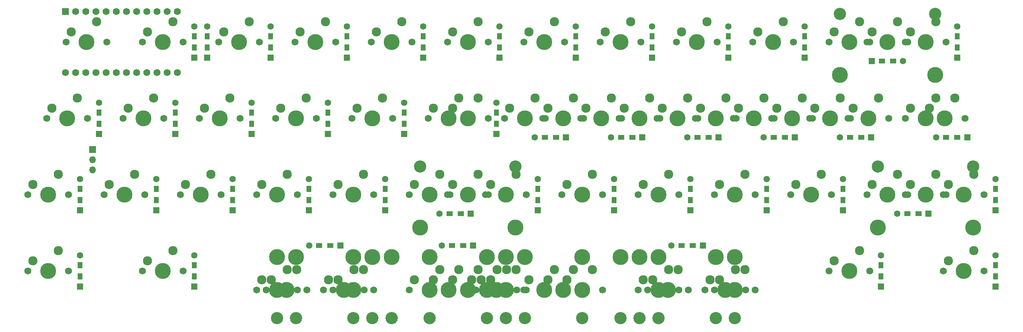
<source format=gbr>
%TF.GenerationSoftware,KiCad,Pcbnew,(7.0.0)*%
%TF.CreationDate,2023-09-12T13:05:00+02:00*%
%TF.ProjectId,Wakizashi,57616b69-7a61-4736-9869-2e6b69636164,rev?*%
%TF.SameCoordinates,Original*%
%TF.FileFunction,Soldermask,Bot*%
%TF.FilePolarity,Negative*%
%FSLAX46Y46*%
G04 Gerber Fmt 4.6, Leading zero omitted, Abs format (unit mm)*
G04 Created by KiCad (PCBNEW (7.0.0)) date 2023-09-12 13:05:00*
%MOMM*%
%LPD*%
G01*
G04 APERTURE LIST*
%ADD10C,1.750000*%
%ADD11C,3.987800*%
%ADD12C,2.300000*%
%ADD13R,1.200000X1.600000*%
%ADD14R,1.600000X1.600000*%
%ADD15C,1.600000*%
%ADD16C,3.048000*%
%ADD17R,1.600000X1.200000*%
%ADD18R,1.752600X1.752600*%
%ADD19C,1.752600*%
%ADD20R,1.700000X1.700000*%
%ADD21O,1.700000X1.700000*%
G04 APERTURE END LIST*
D10*
%TO.C,MX1*%
X42545000Y-26987500D03*
D11*
X47625000Y-26987500D03*
D10*
X52705000Y-26987500D03*
D12*
X43815000Y-24447500D03*
X50165000Y-21907500D03*
%TD*%
D10*
%TO.C,MX35*%
X223520000Y-65087500D03*
D11*
X228600000Y-65087500D03*
D10*
X233680000Y-65087500D03*
D12*
X224790000Y-62547500D03*
X231140000Y-60007500D03*
%TD*%
D13*
%TO.C,D37*%
X274637499Y-66487499D03*
D14*
X274637499Y-68987499D03*
D15*
X274637500Y-61187500D03*
D13*
X274637499Y-63687499D03*
%TD*%
D10*
%TO.C,MX63*%
X137795000Y-88900000D03*
D11*
X142875000Y-88900000D03*
D10*
X147955000Y-88900000D03*
D12*
X139065000Y-86360000D03*
X145415000Y-83820000D03*
%TD*%
D10*
%TO.C,MX20*%
X180657500Y-46037500D03*
D11*
X185737500Y-46037500D03*
D10*
X190817500Y-46037500D03*
D12*
X181927500Y-43497500D03*
X188277500Y-40957500D03*
%TD*%
D10*
%TO.C,MX23*%
X237807500Y-46037500D03*
D11*
X242887500Y-46037500D03*
D10*
X247967500Y-46037500D03*
D12*
X239077500Y-43497500D03*
X245427500Y-40957500D03*
%TD*%
D10*
%TO.C,MX17*%
X113982500Y-46037500D03*
D11*
X119062500Y-46037500D03*
D10*
X124142500Y-46037500D03*
D12*
X115252500Y-43497500D03*
X121602500Y-40957500D03*
%TD*%
D10*
%TO.C,MX38*%
X33020000Y-84137500D03*
D11*
X38100000Y-84137500D03*
D10*
X43180000Y-84137500D03*
D12*
X34290000Y-81597500D03*
X40640000Y-79057500D03*
%TD*%
D16*
%TO.C,S4*%
X190500000Y-95885000D03*
D11*
X190500000Y-80645000D03*
D16*
X152400000Y-95885000D03*
D11*
X152400000Y-80645000D03*
%TD*%
D10*
%TO.C,MX13*%
X37782500Y-46037500D03*
D11*
X42862500Y-46037500D03*
D10*
X47942500Y-46037500D03*
D12*
X39052500Y-43497500D03*
X45402500Y-40957500D03*
%TD*%
D10*
%TO.C,MX59*%
X187801250Y-88900000D03*
D11*
X192881250Y-88900000D03*
D10*
X197961250Y-88900000D03*
D12*
X189071250Y-86360000D03*
X195421250Y-83820000D03*
%TD*%
D10*
%TO.C,MX5*%
X118745000Y-26987500D03*
D11*
X123825000Y-26987500D03*
D10*
X128905000Y-26987500D03*
D12*
X120015000Y-24447500D03*
X126365000Y-21907500D03*
%TD*%
D10*
%TO.C,MX51*%
X228282500Y-46037500D03*
D11*
X233362500Y-46037500D03*
D10*
X238442500Y-46037500D03*
D12*
X229552500Y-43497500D03*
X235902500Y-40957500D03*
%TD*%
D13*
%TO.C,D1*%
X74612499Y-28387499D03*
D14*
X74612499Y-30887499D03*
D15*
X74612500Y-23087500D03*
D13*
X74612499Y-25587499D03*
%TD*%
D10*
%TO.C,MX60*%
X202088750Y-88900000D03*
D11*
X207168750Y-88900000D03*
D10*
X212248750Y-88900000D03*
D12*
X203358750Y-86360000D03*
X209708750Y-83820000D03*
%TD*%
D10*
%TO.C,MX68*%
X144938750Y-88900000D03*
D11*
X150018750Y-88900000D03*
D10*
X155098750Y-88900000D03*
D12*
X146208750Y-86360000D03*
X152558750Y-83820000D03*
%TD*%
D10*
%TO.C,MX43*%
X233045000Y-84137500D03*
D11*
X238125000Y-84137500D03*
D10*
X243205000Y-84137500D03*
D12*
X234315000Y-81597500D03*
X240665000Y-79057500D03*
%TD*%
D10*
%TO.C,MX52*%
X252095000Y-46037500D03*
D11*
X257175000Y-46037500D03*
D10*
X262255000Y-46037500D03*
D12*
X253365000Y-43497500D03*
X259715000Y-40957500D03*
%TD*%
D13*
%TO.C,D39*%
X74612499Y-85537499D03*
D14*
X74612499Y-88037499D03*
D15*
X74612500Y-80237500D03*
D13*
X74612499Y-82737499D03*
%TD*%
D10*
%TO.C,MX2*%
X61595000Y-26987500D03*
D11*
X66675000Y-26987500D03*
D10*
X71755000Y-26987500D03*
D12*
X62865000Y-24447500D03*
X69215000Y-21907500D03*
%TD*%
D16*
%TO.C,S9*%
X209550000Y-95885000D03*
D11*
X209550000Y-80645000D03*
D16*
X95250000Y-95885000D03*
D11*
X95250000Y-80645000D03*
%TD*%
D13*
%TO.C,D44*%
X274637499Y-85537499D03*
D14*
X274637499Y-88037499D03*
D15*
X274637500Y-80237500D03*
D13*
X274637499Y-82737499D03*
%TD*%
D10*
%TO.C,MX30*%
X128270000Y-65087500D03*
D11*
X133350000Y-65087500D03*
D10*
X138430000Y-65087500D03*
D12*
X129540000Y-62547500D03*
X135890000Y-60007500D03*
%TD*%
D13*
%TO.C,D10*%
X227012499Y-28387499D03*
D14*
X227012499Y-30887499D03*
D15*
X227012500Y-23087500D03*
D13*
X227012499Y-25587499D03*
%TD*%
D10*
%TO.C,MX16*%
X94932500Y-46037500D03*
D11*
X100012500Y-46037500D03*
D10*
X105092500Y-46037500D03*
D12*
X96202500Y-43497500D03*
X102552500Y-40957500D03*
%TD*%
D10*
%TO.C,MX29*%
X109220000Y-65087500D03*
D11*
X114300000Y-65087500D03*
D10*
X119380000Y-65087500D03*
D12*
X110490000Y-62547500D03*
X116840000Y-60007500D03*
%TD*%
D16*
%TO.C,S15*%
X130968750Y-58102500D03*
D11*
X130968750Y-73342500D03*
D16*
X154781250Y-58102500D03*
D11*
X154781250Y-73342500D03*
%TD*%
D16*
%TO.C,S3*%
X133350000Y-95885000D03*
D11*
X133350000Y-80645000D03*
D16*
X95250000Y-95885000D03*
D11*
X95250000Y-80645000D03*
%TD*%
D16*
%TO.C,S13*%
X235743750Y-20002500D03*
D11*
X235743750Y-35242500D03*
D16*
X259556250Y-20002500D03*
D11*
X259556250Y-35242500D03*
%TD*%
D16*
%TO.C,S5*%
X152400000Y-95885000D03*
D11*
X152400000Y-80645000D03*
D16*
X114300000Y-95885000D03*
D11*
X114300000Y-80645000D03*
%TD*%
D10*
%TO.C,MX33*%
X185420000Y-65087500D03*
D11*
X190500000Y-65087500D03*
D10*
X195580000Y-65087500D03*
D12*
X186690000Y-62547500D03*
X193040000Y-60007500D03*
%TD*%
D13*
%TO.C,D2*%
X77787499Y-28387499D03*
D14*
X77787499Y-30887499D03*
D15*
X77787500Y-23087500D03*
D13*
X77787499Y-25587499D03*
%TD*%
%TO.C,D3*%
X93662499Y-28387499D03*
D14*
X93662499Y-30887499D03*
D15*
X93662500Y-23087500D03*
D13*
X93662499Y-25587499D03*
%TD*%
%TO.C,D27*%
X84137499Y-66487499D03*
D14*
X84137499Y-68987499D03*
D15*
X84137500Y-61187500D03*
D13*
X84137499Y-63687499D03*
%TD*%
D10*
%TO.C,MX10*%
X213995000Y-26987500D03*
D11*
X219075000Y-26987500D03*
D10*
X224155000Y-26987500D03*
D12*
X215265000Y-24447500D03*
X221615000Y-21907500D03*
%TD*%
D10*
%TO.C,MX26*%
X52070000Y-65087500D03*
D11*
X57150000Y-65087500D03*
D10*
X62230000Y-65087500D03*
D12*
X53340000Y-62547500D03*
X59690000Y-60007500D03*
%TD*%
D13*
%TO.C,D7*%
X169862499Y-28387499D03*
D14*
X169862499Y-30887499D03*
D15*
X169862500Y-23087500D03*
D13*
X169862499Y-25587499D03*
%TD*%
D10*
%TO.C,MX8*%
X175895000Y-26987500D03*
D11*
X180975000Y-26987500D03*
D10*
X186055000Y-26987500D03*
D12*
X177165000Y-24447500D03*
X183515000Y-21907500D03*
%TD*%
D10*
%TO.C,MX62*%
X128270000Y-88900000D03*
D11*
X133350000Y-88900000D03*
D10*
X138430000Y-88900000D03*
D12*
X129540000Y-86360000D03*
X135890000Y-83820000D03*
%TD*%
D13*
%TO.C,D16*%
X107949999Y-47437499D03*
D14*
X107949999Y-49937499D03*
D15*
X107950000Y-42137500D03*
D13*
X107949999Y-44637499D03*
%TD*%
D16*
%TO.C,S11*%
X157162500Y-95885000D03*
D11*
X157162500Y-80645000D03*
D16*
X119062500Y-95885000D03*
D11*
X119062500Y-80645000D03*
%TD*%
D13*
%TO.C,D17*%
X126999999Y-47437499D03*
D14*
X126999999Y-49937499D03*
D15*
X127000000Y-42137500D03*
D13*
X126999999Y-44637499D03*
%TD*%
D17*
%TO.C,D19*%
X164912499Y-50799999D03*
D14*
X167412499Y-50799999D03*
D15*
X159612500Y-50800000D03*
D17*
X162112499Y-50799999D03*
%TD*%
%TO.C,D30*%
X141099999Y-69849999D03*
D14*
X143599999Y-69849999D03*
D15*
X135800000Y-69850000D03*
D17*
X138299999Y-69849999D03*
%TD*%
%TO.C,D40*%
X108556249Y-77787499D03*
D14*
X111056249Y-77787499D03*
D15*
X103256250Y-77787500D03*
D17*
X105756249Y-77787499D03*
%TD*%
D13*
%TO.C,D38*%
X46037499Y-85537499D03*
D14*
X46037499Y-88037499D03*
D15*
X46037500Y-80237500D03*
D13*
X46037499Y-82737499D03*
%TD*%
D10*
%TO.C,MX40*%
X90170000Y-88900000D03*
D11*
X95250000Y-88900000D03*
D10*
X100330000Y-88900000D03*
D12*
X91440000Y-86360000D03*
X97790000Y-83820000D03*
%TD*%
D16*
%TO.C,S6*%
X209550000Y-95885000D03*
D11*
X209550000Y-80645000D03*
D16*
X171450000Y-95885000D03*
D11*
X171450000Y-80645000D03*
%TD*%
D13*
%TO.C,D14*%
X69849999Y-47437499D03*
D14*
X69849999Y-49937499D03*
D15*
X69850000Y-42137500D03*
D13*
X69849999Y-44637499D03*
%TD*%
%TO.C,D32*%
X179387499Y-66487499D03*
D14*
X179387499Y-68987499D03*
D15*
X179387500Y-61187500D03*
D13*
X179387499Y-63687499D03*
%TD*%
D17*
%TO.C,D24*%
X265112499Y-50799999D03*
D14*
X267612499Y-50799999D03*
D15*
X259812500Y-50800000D03*
D17*
X262312499Y-50799999D03*
%TD*%
D13*
%TO.C,D4*%
X112712499Y-28387499D03*
D14*
X112712499Y-30887499D03*
D15*
X112712500Y-23087500D03*
D13*
X112712499Y-25587499D03*
%TD*%
D10*
%TO.C,MX27*%
X71120000Y-65087500D03*
D11*
X76200000Y-65087500D03*
D10*
X81280000Y-65087500D03*
D12*
X72390000Y-62547500D03*
X78740000Y-60007500D03*
%TD*%
D17*
%TO.C,D20*%
X183962499Y-50799999D03*
D14*
X186462499Y-50799999D03*
D15*
X178662500Y-50800000D03*
D17*
X181162499Y-50799999D03*
%TD*%
D10*
%TO.C,MX22*%
X218757500Y-46037500D03*
D11*
X223837500Y-46037500D03*
D10*
X228917500Y-46037500D03*
D12*
X220027500Y-43497500D03*
X226377500Y-40957500D03*
%TD*%
D13*
%TO.C,D35*%
X236537499Y-66487499D03*
D14*
X236537499Y-68987499D03*
D15*
X236537500Y-61187500D03*
D13*
X236537499Y-63687499D03*
%TD*%
D17*
%TO.C,D23*%
X241112499Y-50799999D03*
D14*
X243612499Y-50799999D03*
D15*
X235812500Y-50800000D03*
D17*
X238312499Y-50799999D03*
%TD*%
D10*
%TO.C,MX56*%
X106838750Y-88900000D03*
D11*
X111918750Y-88900000D03*
D10*
X116998750Y-88900000D03*
D12*
X108108750Y-86360000D03*
X114458750Y-83820000D03*
%TD*%
D17*
%TO.C,D42*%
X199043749Y-77787499D03*
D14*
X201543749Y-77787499D03*
D15*
X193743750Y-77787500D03*
D17*
X196243749Y-77787499D03*
%TD*%
D13*
%TO.C,D33*%
X198437499Y-66487499D03*
D14*
X198437499Y-68987499D03*
D15*
X198437500Y-61187500D03*
D13*
X198437499Y-63687499D03*
%TD*%
%TO.C,D26*%
X65087499Y-66487499D03*
D14*
X65087499Y-68987499D03*
D15*
X65087500Y-61187500D03*
D13*
X65087499Y-63687499D03*
%TD*%
D10*
%TO.C,MX3*%
X80645000Y-26987500D03*
D11*
X85725000Y-26987500D03*
D10*
X90805000Y-26987500D03*
D12*
X81915000Y-24447500D03*
X88265000Y-21907500D03*
%TD*%
D10*
%TO.C,MX58*%
X204470000Y-88900000D03*
D11*
X209550000Y-88900000D03*
D10*
X214630000Y-88900000D03*
D12*
X205740000Y-86360000D03*
X212090000Y-83820000D03*
%TD*%
D10*
%TO.C,MX7*%
X156845000Y-26987500D03*
D11*
X161925000Y-26987500D03*
D10*
X167005000Y-26987500D03*
D12*
X158115000Y-24447500D03*
X164465000Y-21907500D03*
%TD*%
D10*
%TO.C,MX25*%
X33020000Y-65087500D03*
D11*
X38100000Y-65087500D03*
D10*
X43180000Y-65087500D03*
D12*
X34290000Y-62547500D03*
X40640000Y-60007500D03*
%TD*%
D10*
%TO.C,MX64*%
X166370000Y-88900000D03*
D11*
X171450000Y-88900000D03*
D10*
X176530000Y-88900000D03*
D12*
X167640000Y-86360000D03*
X173990000Y-83820000D03*
%TD*%
D10*
%TO.C,MX31*%
X147320000Y-65087500D03*
D11*
X152400000Y-65087500D03*
D10*
X157480000Y-65087500D03*
D12*
X148590000Y-62547500D03*
X154940000Y-60007500D03*
%TD*%
D10*
%TO.C,MX45*%
X242570000Y-26987500D03*
D11*
X247650000Y-26987500D03*
D10*
X252730000Y-26987500D03*
D12*
X243840000Y-24447500D03*
X250190000Y-21907500D03*
%TD*%
D10*
%TO.C,MX53*%
X137795000Y-65087500D03*
D11*
X142875000Y-65087500D03*
D10*
X147955000Y-65087500D03*
D12*
X139065000Y-62547500D03*
X145415000Y-60007500D03*
%TD*%
D10*
%TO.C,MX36*%
X242570000Y-65087500D03*
D11*
X247650000Y-65087500D03*
D10*
X252730000Y-65087500D03*
D12*
X243840000Y-62547500D03*
X250190000Y-60007500D03*
%TD*%
D16*
%TO.C,S2*%
X185737500Y-95885000D03*
D11*
X185737500Y-80645000D03*
D16*
X147637500Y-95885000D03*
D11*
X147637500Y-80645000D03*
%TD*%
D10*
%TO.C,MX37*%
X261620000Y-65087500D03*
D11*
X266700000Y-65087500D03*
D10*
X271780000Y-65087500D03*
D12*
X262890000Y-62547500D03*
X269240000Y-60007500D03*
%TD*%
D16*
%TO.C,S7*%
X190500000Y-95885000D03*
D11*
X190500000Y-80645000D03*
D16*
X95250000Y-95885000D03*
D11*
X95250000Y-80645000D03*
%TD*%
D10*
%TO.C,MX28*%
X90170000Y-65087500D03*
D11*
X95250000Y-65087500D03*
D10*
X100330000Y-65087500D03*
D12*
X91440000Y-62547500D03*
X97790000Y-60007500D03*
%TD*%
D13*
%TO.C,D12*%
X265112499Y-28387499D03*
D14*
X265112499Y-30887499D03*
D15*
X265112500Y-23087500D03*
D13*
X265112499Y-25587499D03*
%TD*%
D10*
%TO.C,MX57*%
X92551250Y-88900000D03*
D11*
X97631250Y-88900000D03*
D10*
X102711250Y-88900000D03*
D12*
X93821250Y-86360000D03*
X100171250Y-83820000D03*
%TD*%
D17*
%TO.C,D22*%
X222062499Y-50799999D03*
D14*
X224562499Y-50799999D03*
D15*
X216762500Y-50800000D03*
D17*
X219262499Y-50799999D03*
%TD*%
D13*
%TO.C,D18*%
X150018749Y-47437499D03*
D14*
X150018749Y-49937499D03*
D15*
X150018750Y-42137500D03*
D13*
X150018749Y-44637499D03*
%TD*%
%TO.C,D8*%
X188912499Y-28387499D03*
D14*
X188912499Y-30887499D03*
D15*
X188912500Y-23087500D03*
D13*
X188912499Y-25587499D03*
%TD*%
%TO.C,D43*%
X246062499Y-85537499D03*
D14*
X246062499Y-88037499D03*
D15*
X246062500Y-80237500D03*
D13*
X246062499Y-82737499D03*
%TD*%
D10*
%TO.C,MX42*%
X185420000Y-88900000D03*
D11*
X190500000Y-88900000D03*
D10*
X195580000Y-88900000D03*
D12*
X186690000Y-86360000D03*
X193040000Y-83820000D03*
%TD*%
D13*
%TO.C,D31*%
X160337499Y-66487499D03*
D14*
X160337499Y-68987499D03*
D15*
X160337500Y-61187500D03*
D13*
X160337499Y-63687499D03*
%TD*%
D10*
%TO.C,MX21*%
X199707500Y-46037500D03*
D11*
X204787500Y-46037500D03*
D10*
X209867500Y-46037500D03*
D12*
X200977500Y-43497500D03*
X207327500Y-40957500D03*
%TD*%
D10*
%TO.C,MX14*%
X56832500Y-46037500D03*
D11*
X61912500Y-46037500D03*
D10*
X66992500Y-46037500D03*
D12*
X58102500Y-43497500D03*
X64452500Y-40957500D03*
%TD*%
D16*
%TO.C,S12*%
X123825000Y-95885000D03*
D11*
X123825000Y-80645000D03*
D16*
X100012500Y-95885000D03*
D11*
X100012500Y-80645000D03*
%TD*%
D10*
%TO.C,MX39*%
X61595000Y-84137500D03*
D11*
X66675000Y-84137500D03*
D10*
X71755000Y-84137500D03*
D12*
X62865000Y-81597500D03*
X69215000Y-79057500D03*
%TD*%
D16*
%TO.C,S14*%
X245268750Y-58102500D03*
D11*
X245268750Y-73342500D03*
D16*
X269081250Y-58102500D03*
D11*
X269081250Y-73342500D03*
%TD*%
D10*
%TO.C,MX41*%
X147320000Y-88900000D03*
D11*
X152400000Y-88900000D03*
D10*
X157480000Y-88900000D03*
D12*
X148590000Y-86360000D03*
X154940000Y-83820000D03*
%TD*%
D10*
%TO.C,MX49*%
X190182500Y-46037500D03*
D11*
X195262500Y-46037500D03*
D10*
X200342500Y-46037500D03*
D12*
X191452500Y-43497500D03*
X197802500Y-40957500D03*
%TD*%
D13*
%TO.C,D28*%
X103187499Y-66487499D03*
D14*
X103187499Y-68987499D03*
D15*
X103187500Y-61187500D03*
D13*
X103187499Y-63687499D03*
%TD*%
D10*
%TO.C,MX12*%
X252095000Y-26987500D03*
D11*
X257175000Y-26987500D03*
D10*
X262255000Y-26987500D03*
D12*
X253365000Y-24447500D03*
X259715000Y-21907500D03*
%TD*%
D17*
%TO.C,D41*%
X141706249Y-77787499D03*
D14*
X144206249Y-77787499D03*
D15*
X136406250Y-77787500D03*
D17*
X138906249Y-77787499D03*
%TD*%
D10*
%TO.C,MX47*%
X152082500Y-46037500D03*
D11*
X157162500Y-46037500D03*
D10*
X162242500Y-46037500D03*
D12*
X153352500Y-43497500D03*
X159702500Y-40957500D03*
%TD*%
D10*
%TO.C,MX44*%
X261620000Y-84137500D03*
D11*
X266700000Y-84137500D03*
D10*
X271780000Y-84137500D03*
D12*
X262890000Y-81597500D03*
X269240000Y-79057500D03*
%TD*%
D16*
%TO.C,S1*%
X204787500Y-95885000D03*
D11*
X204787500Y-80645000D03*
D16*
X180975000Y-95885000D03*
D11*
X180975000Y-80645000D03*
%TD*%
D16*
%TO.C,S8*%
X209550000Y-95885000D03*
D11*
X209550000Y-80645000D03*
D16*
X114300000Y-95885000D03*
D11*
X114300000Y-80645000D03*
%TD*%
D10*
%TO.C,MX65*%
X142557500Y-88900000D03*
D11*
X147637500Y-88900000D03*
D10*
X152717500Y-88900000D03*
D12*
X143827500Y-86360000D03*
X150177500Y-83820000D03*
%TD*%
D13*
%TO.C,D34*%
X217487499Y-66487499D03*
D14*
X217487499Y-68987499D03*
D15*
X217487500Y-61187500D03*
D13*
X217487499Y-63687499D03*
%TD*%
%TO.C,D13*%
X50799999Y-47437499D03*
D14*
X50799999Y-49937499D03*
D15*
X50800000Y-42137500D03*
D13*
X50799999Y-44637499D03*
%TD*%
%TO.C,D29*%
X122237499Y-66487499D03*
D14*
X122237499Y-68987499D03*
D15*
X122237500Y-61187500D03*
D13*
X122237499Y-63687499D03*
%TD*%
D10*
%TO.C,MX50*%
X209232500Y-46037500D03*
D11*
X214312500Y-46037500D03*
D10*
X219392500Y-46037500D03*
D12*
X210502500Y-43497500D03*
X216852500Y-40957500D03*
%TD*%
D10*
%TO.C,MX18*%
X133032500Y-46037500D03*
D11*
X138112500Y-46037500D03*
D10*
X143192500Y-46037500D03*
D12*
X134302500Y-43497500D03*
X140652500Y-40957500D03*
%TD*%
D10*
%TO.C,MX46*%
X137795000Y-46037500D03*
D11*
X142875000Y-46037500D03*
D10*
X147955000Y-46037500D03*
D12*
X139065000Y-43497500D03*
X145415000Y-40957500D03*
%TD*%
D10*
%TO.C,MX48*%
X171132500Y-46037500D03*
D11*
X176212500Y-46037500D03*
D10*
X181292500Y-46037500D03*
D12*
X172402500Y-43497500D03*
X178752500Y-40957500D03*
%TD*%
D10*
%TO.C,MX61*%
X156845000Y-88900000D03*
D11*
X161925000Y-88900000D03*
D10*
X167005000Y-88900000D03*
D12*
X158115000Y-86360000D03*
X164465000Y-83820000D03*
%TD*%
D10*
%TO.C,MX19*%
X161607500Y-46037500D03*
D11*
X166687500Y-46037500D03*
D10*
X171767500Y-46037500D03*
D12*
X162877500Y-43497500D03*
X169227500Y-40957500D03*
%TD*%
D10*
%TO.C,MX67*%
X161607500Y-88900000D03*
D11*
X166687500Y-88900000D03*
D10*
X171767500Y-88900000D03*
D12*
X162877500Y-86360000D03*
X169227500Y-83820000D03*
%TD*%
D17*
%TO.C,D21*%
X203012499Y-50799999D03*
D14*
X205512499Y-50799999D03*
D15*
X197712500Y-50800000D03*
D17*
X200212499Y-50799999D03*
%TD*%
D13*
%TO.C,D15*%
X88899999Y-47437499D03*
D14*
X88899999Y-49937499D03*
D15*
X88900000Y-42137500D03*
D13*
X88899999Y-44637499D03*
%TD*%
D10*
%TO.C,MX4*%
X99695000Y-26987500D03*
D11*
X104775000Y-26987500D03*
D10*
X109855000Y-26987500D03*
D12*
X100965000Y-24447500D03*
X107315000Y-21907500D03*
%TD*%
D13*
%TO.C,D25*%
X46037499Y-66487499D03*
D14*
X46037499Y-68987499D03*
D15*
X46037500Y-61187500D03*
D13*
X46037499Y-63687499D03*
%TD*%
D17*
%TO.C,D36*%
X255399999Y-69849999D03*
D14*
X257899999Y-69849999D03*
D15*
X250100000Y-69850000D03*
D17*
X252599999Y-69849999D03*
%TD*%
D10*
%TO.C,MX15*%
X75882500Y-46037500D03*
D11*
X80962500Y-46037500D03*
D10*
X86042500Y-46037500D03*
D12*
X77152500Y-43497500D03*
X83502500Y-40957500D03*
%TD*%
D10*
%TO.C,MX66*%
X133032500Y-88900000D03*
D11*
X138112500Y-88900000D03*
D10*
X143192500Y-88900000D03*
D12*
X134302500Y-86360000D03*
X140652500Y-83820000D03*
%TD*%
D10*
%TO.C,MX24*%
X256857500Y-46037500D03*
D11*
X261937500Y-46037500D03*
D10*
X267017500Y-46037500D03*
D12*
X258127500Y-43497500D03*
X264477500Y-40957500D03*
%TD*%
D10*
%TO.C,MX9*%
X194945000Y-26987500D03*
D11*
X200025000Y-26987500D03*
D10*
X205105000Y-26987500D03*
D12*
X196215000Y-24447500D03*
X202565000Y-21907500D03*
%TD*%
D10*
%TO.C,MX54*%
X252095000Y-65087500D03*
D11*
X257175000Y-65087500D03*
D10*
X262255000Y-65087500D03*
D12*
X253365000Y-62547500D03*
X259715000Y-60007500D03*
%TD*%
D10*
%TO.C,MX55*%
X109220000Y-88900000D03*
D11*
X114300000Y-88900000D03*
D10*
X119380000Y-88900000D03*
D12*
X110490000Y-86360000D03*
X116840000Y-83820000D03*
%TD*%
D13*
%TO.C,D6*%
X150812499Y-28387499D03*
D14*
X150812499Y-30887499D03*
D15*
X150812500Y-23087500D03*
D13*
X150812499Y-25587499D03*
%TD*%
%TO.C,D5*%
X131762499Y-28387499D03*
D14*
X131762499Y-30887499D03*
D15*
X131762500Y-23087500D03*
D13*
X131762499Y-25587499D03*
%TD*%
D10*
%TO.C,MX6*%
X137795000Y-26987500D03*
D11*
X142875000Y-26987500D03*
D10*
X147955000Y-26987500D03*
D12*
X139065000Y-24447500D03*
X145415000Y-21907500D03*
%TD*%
D10*
%TO.C,MX34*%
X204470000Y-65087500D03*
D11*
X209550000Y-65087500D03*
D10*
X214630000Y-65087500D03*
D12*
X205740000Y-62547500D03*
X212090000Y-60007500D03*
%TD*%
D17*
%TO.C,D11*%
X246249999Y-31749999D03*
D14*
X243749999Y-31749999D03*
D15*
X251550000Y-31750000D03*
D17*
X249049999Y-31749999D03*
%TD*%
D10*
%TO.C,MX32*%
X166370000Y-65087500D03*
D11*
X171450000Y-65087500D03*
D10*
X176530000Y-65087500D03*
D12*
X167640000Y-62547500D03*
X173990000Y-60007500D03*
%TD*%
D10*
%TO.C,MX11*%
X233045000Y-26987500D03*
D11*
X238125000Y-26987500D03*
D10*
X243205000Y-26987500D03*
D12*
X234315000Y-24447500D03*
X240665000Y-21907500D03*
%TD*%
D13*
%TO.C,D9*%
X207962499Y-28387499D03*
D14*
X207962499Y-30887499D03*
D15*
X207962500Y-23087500D03*
D13*
X207962499Y-25587499D03*
%TD*%
D18*
%TO.C,U2*%
X42386249Y-19367499D03*
D19*
X44926250Y-19367500D03*
X47466250Y-19367500D03*
X50006250Y-19367500D03*
X52546250Y-19367500D03*
X55086250Y-19367500D03*
X57626250Y-19367500D03*
X60166250Y-19367500D03*
X62706250Y-19367500D03*
X65246250Y-19367500D03*
X67786250Y-19367500D03*
X70326250Y-19367500D03*
X70326250Y-34607500D03*
X67786250Y-34607500D03*
X65246250Y-34607500D03*
X62706250Y-34607500D03*
X60166250Y-34607500D03*
X57626250Y-34607500D03*
X55086250Y-34607500D03*
X52546250Y-34607500D03*
X50006250Y-34607500D03*
X47466250Y-34607500D03*
X44926250Y-34607500D03*
X42386250Y-34607500D03*
%TD*%
D20*
%TO.C,J1*%
X49212499Y-53816249D03*
D21*
X49212499Y-56356249D03*
X49212499Y-58896249D03*
%TD*%
M02*

</source>
